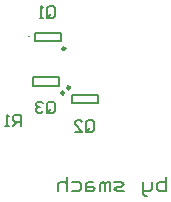
<source format=gbo>
G04 Layer_Color=32896*
%FSLAX25Y25*%
%MOIN*%
G70*
G01*
G75*
%ADD11C,0.00787*%
%ADD22C,0.00394*%
%ADD32C,0.00984*%
D11*
X155118Y138386D02*
X163779D01*
X155118Y141142D02*
X163779D01*
Y138386D02*
Y141142D01*
X155118Y138386D02*
Y141142D01*
X142323Y147047D02*
X150984D01*
X142323Y144291D02*
X150984D01*
X142323D02*
Y147047D01*
X150984Y144291D02*
Y147047D01*
X142717Y161811D02*
X151378D01*
X142717Y159055D02*
X151378D01*
X142717D02*
Y161811D01*
X151378Y159055D02*
Y161811D01*
X146983Y135695D02*
Y138319D01*
X147638Y138975D01*
X148950D01*
X149606Y138319D01*
Y135695D01*
X148950Y135039D01*
X147638D01*
X148294Y136351D02*
X146983Y135039D01*
X147638D02*
X146983Y135695D01*
X145671Y138319D02*
X145015Y138975D01*
X143703D01*
X143047Y138319D01*
Y137663D01*
X143703Y137007D01*
X144359D01*
X143703D01*
X143047Y136351D01*
Y135695D01*
X143703Y135039D01*
X145015D01*
X145671Y135695D01*
X138189Y130709D02*
Y134644D01*
X136221D01*
X135565Y133988D01*
Y132676D01*
X136221Y132021D01*
X138189D01*
X136877D02*
X135565Y130709D01*
X134253D02*
X132941D01*
X133597D01*
Y134644D01*
X134253Y133988D01*
X159975Y129396D02*
Y132020D01*
X160631Y132676D01*
X161943D01*
X162598Y132020D01*
Y129396D01*
X161943Y128740D01*
X160631D01*
X161286Y130052D02*
X159975Y128740D01*
X160631D02*
X159975Y129396D01*
X156039Y128740D02*
X158663D01*
X156039Y131364D01*
Y132020D01*
X156695Y132676D01*
X158007D01*
X158663Y132020D01*
X146983Y167585D02*
Y170209D01*
X147638Y170865D01*
X148950D01*
X149606Y170209D01*
Y167585D01*
X148950Y166929D01*
X147638D01*
X148294Y168241D02*
X146983Y166929D01*
X147638D02*
X146983Y167585D01*
X145671Y166929D02*
X144359D01*
X145015D01*
Y170865D01*
X145671Y170209D01*
X186614Y113778D02*
Y109055D01*
X184253D01*
X183466Y109842D01*
Y110629D01*
Y111417D01*
X184253Y112204D01*
X186614D01*
X181891D02*
Y109842D01*
X181104Y109055D01*
X178743D01*
Y108268D01*
X179530Y107481D01*
X180317D01*
X178743Y109055D02*
Y112204D01*
X172445Y109055D02*
X170084D01*
X169297Y109842D01*
X170084Y110629D01*
X171658D01*
X172445Y111417D01*
X171658Y112204D01*
X169297D01*
X167723Y109055D02*
Y112204D01*
X166936D01*
X166148Y111417D01*
Y109055D01*
Y111417D01*
X165361Y112204D01*
X164574Y111417D01*
Y109055D01*
X162213Y112204D02*
X160638D01*
X159851Y111417D01*
Y109055D01*
X162213D01*
X163000Y109842D01*
X162213Y110629D01*
X159851D01*
X155128Y112204D02*
X157490D01*
X158277Y111417D01*
Y109842D01*
X157490Y109055D01*
X155128D01*
X153554Y113778D02*
Y109055D01*
Y111417D01*
X152767Y112204D01*
X151193D01*
X150405Y111417D01*
Y109055D01*
D22*
X140993Y160779D02*
G03*
X140993Y160779I-197J0D01*
G01*
D32*
X154528Y143602D02*
G03*
X154528Y143602I-492J0D01*
G01*
X152559Y141831D02*
G03*
X152559Y141831I-492J0D01*
G01*
X152953Y156595D02*
G03*
X152953Y156595I-492J0D01*
G01*
M02*

</source>
